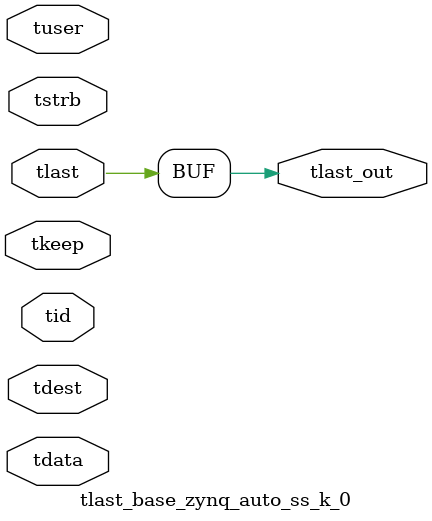
<source format=v>


`timescale 1ps/1ps

module tlast_base_zynq_auto_ss_k_0 #
(
parameter C_S_AXIS_TID_WIDTH   = 1,
parameter C_S_AXIS_TUSER_WIDTH = 0,
parameter C_S_AXIS_TDATA_WIDTH = 0,
parameter C_S_AXIS_TDEST_WIDTH = 0
)
(
input  [(C_S_AXIS_TID_WIDTH   == 0 ? 1 : C_S_AXIS_TID_WIDTH)-1:0       ] tid,
input  [(C_S_AXIS_TDATA_WIDTH == 0 ? 1 : C_S_AXIS_TDATA_WIDTH)-1:0     ] tdata,
input  [(C_S_AXIS_TUSER_WIDTH == 0 ? 1 : C_S_AXIS_TUSER_WIDTH)-1:0     ] tuser,
input  [(C_S_AXIS_TDEST_WIDTH == 0 ? 1 : C_S_AXIS_TDEST_WIDTH)-1:0     ] tdest,
input  [(C_S_AXIS_TDATA_WIDTH/8)-1:0 ] tkeep,
input  [(C_S_AXIS_TDATA_WIDTH/8)-1:0 ] tstrb,
input  [0:0]                                                             tlast,
output                                                                   tlast_out
);

assign tlast_out = {tlast};

endmodule


</source>
